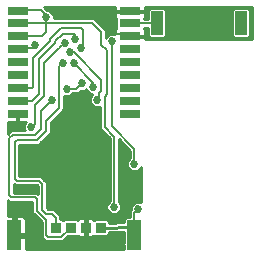
<source format=gbl>
G75*
%MOIN*%
%OFA0B0*%
%FSLAX25Y25*%
%IPPOS*%
%LPD*%
%AMOC8*
5,1,8,0,0,1.08239X$1,22.5*
%
%ADD10R,0.03937X0.07874*%
%ADD11R,0.07087X0.02756*%
%ADD12R,0.07087X0.03150*%
%ADD13R,0.05000X0.10000*%
%ADD14R,0.03200X0.03500*%
%ADD15C,0.01000*%
%ADD16C,0.02700*%
%ADD17C,0.00800*%
D10*
X0122750Y0151888D03*
X0150703Y0151888D03*
D11*
X0113813Y0155929D03*
X0076412Y0155929D03*
X0076412Y0121677D03*
X0113813Y0121677D03*
D12*
X0113813Y0125811D03*
X0113813Y0130142D03*
X0113813Y0134472D03*
X0113813Y0138803D03*
X0113813Y0143134D03*
X0113813Y0147465D03*
X0113813Y0151795D03*
X0076412Y0151795D03*
X0076412Y0147465D03*
X0076412Y0143134D03*
X0076412Y0138803D03*
X0076412Y0134472D03*
X0076412Y0130142D03*
X0076412Y0125811D03*
D13*
X0075250Y0081250D03*
X0115250Y0081250D03*
D14*
X0104000Y0083750D03*
X0099000Y0083750D03*
X0094000Y0083750D03*
X0089000Y0083750D03*
D15*
X0079250Y0080750D02*
X0079250Y0076500D01*
X0111650Y0076500D01*
X0111650Y0077481D01*
X0111627Y0077583D01*
X0111479Y0078221D01*
X0111483Y0078228D01*
X0111482Y0078236D01*
X0111650Y0078501D01*
X0111650Y0082353D01*
X0106700Y0082221D01*
X0106700Y0081544D01*
X0106056Y0080900D01*
X0101944Y0080900D01*
X0101783Y0081062D01*
X0101521Y0080800D01*
X0101179Y0080602D01*
X0100797Y0080500D01*
X0099300Y0080500D01*
X0099300Y0083450D01*
X0098700Y0083450D01*
X0098700Y0080500D01*
X0097203Y0080500D01*
X0096821Y0080602D01*
X0096479Y0080800D01*
X0096217Y0081062D01*
X0096056Y0080900D01*
X0093271Y0080900D01*
X0091509Y0079138D01*
X0085779Y0079138D01*
X0084900Y0080016D01*
X0084288Y0080629D01*
X0084288Y0085611D01*
X0081685Y0088256D01*
X0081250Y0088691D01*
X0081250Y0088698D01*
X0081245Y0088703D01*
X0081250Y0089319D01*
X0081250Y0092362D01*
X0073566Y0092362D01*
X0073000Y0092929D01*
X0073000Y0087750D01*
X0074750Y0087750D01*
X0074750Y0081750D01*
X0075750Y0081750D01*
X0075750Y0087750D01*
X0077947Y0087750D01*
X0078329Y0087648D01*
X0078671Y0087450D01*
X0078950Y0087171D01*
X0079148Y0086829D01*
X0079250Y0086447D01*
X0079250Y0081750D01*
X0075750Y0081750D01*
X0075750Y0080750D01*
X0079250Y0080750D01*
X0079250Y0079993D02*
X0084924Y0079993D01*
X0084288Y0080991D02*
X0075750Y0080991D01*
X0075750Y0081990D02*
X0074750Y0081990D01*
X0074750Y0082988D02*
X0075750Y0082988D01*
X0075750Y0083987D02*
X0074750Y0083987D01*
X0074750Y0084985D02*
X0075750Y0084985D01*
X0075750Y0085984D02*
X0074750Y0085984D01*
X0074750Y0086982D02*
X0075750Y0086982D01*
X0073000Y0087981D02*
X0081956Y0087981D01*
X0081247Y0088979D02*
X0073000Y0088979D01*
X0073000Y0089978D02*
X0081250Y0089978D01*
X0081250Y0090976D02*
X0073000Y0090976D01*
X0073000Y0091975D02*
X0081250Y0091975D01*
X0083100Y0095021D02*
X0083100Y0097604D01*
X0082754Y0097950D01*
X0075404Y0097950D01*
X0075075Y0098279D01*
X0075075Y0095362D01*
X0082759Y0095362D01*
X0083100Y0095021D01*
X0083100Y0095969D02*
X0075075Y0095969D01*
X0075075Y0096967D02*
X0083100Y0096967D01*
X0086100Y0096967D02*
X0106987Y0096967D01*
X0106987Y0095969D02*
X0086100Y0095969D01*
X0086100Y0094970D02*
X0106987Y0094970D01*
X0106987Y0093972D02*
X0086100Y0093972D01*
X0086100Y0092973D02*
X0106987Y0092973D01*
X0106987Y0092720D02*
X0106975Y0092715D01*
X0106285Y0092025D01*
X0105912Y0091125D01*
X0105912Y0090150D01*
X0106285Y0089250D01*
X0106975Y0088560D01*
X0107875Y0088187D01*
X0108850Y0088187D01*
X0109750Y0088560D01*
X0110440Y0089250D01*
X0110812Y0090150D01*
X0110812Y0091125D01*
X0110440Y0092025D01*
X0109987Y0092477D01*
X0109987Y0113141D01*
X0113750Y0109379D01*
X0113750Y0106965D01*
X0113173Y0106388D01*
X0112800Y0105487D01*
X0112800Y0104513D01*
X0113173Y0103612D01*
X0113862Y0102923D01*
X0114763Y0102550D01*
X0115737Y0102550D01*
X0116638Y0102923D01*
X0117327Y0103612D01*
X0117489Y0104003D01*
X0117485Y0092244D01*
X0116987Y0092450D01*
X0116013Y0092450D01*
X0115112Y0092077D01*
X0114423Y0091388D01*
X0114050Y0090487D01*
X0114050Y0089671D01*
X0113750Y0089371D01*
X0113750Y0087350D01*
X0112294Y0087350D01*
X0111650Y0086706D01*
X0111650Y0085555D01*
X0106700Y0085423D01*
X0106700Y0085956D01*
X0106056Y0086600D01*
X0101944Y0086600D01*
X0101783Y0086438D01*
X0101521Y0086700D01*
X0101179Y0086898D01*
X0100797Y0087000D01*
X0099300Y0087000D01*
X0099300Y0084050D01*
X0098700Y0084050D01*
X0098700Y0087000D01*
X0097203Y0087000D01*
X0096821Y0086898D01*
X0096479Y0086700D01*
X0096217Y0086438D01*
X0096056Y0086600D01*
X0091944Y0086600D01*
X0091500Y0086156D01*
X0091056Y0086600D01*
X0090500Y0086600D01*
X0090500Y0087634D01*
X0089621Y0088512D01*
X0088284Y0089850D01*
X0086446Y0089850D01*
X0086100Y0090196D01*
X0086100Y0098846D01*
X0085221Y0099725D01*
X0083996Y0100950D01*
X0076912Y0100950D01*
X0076912Y0111350D01*
X0083384Y0111350D01*
X0084262Y0112229D01*
X0086446Y0114412D01*
X0087325Y0115291D01*
X0087325Y0118704D01*
X0091750Y0123129D01*
X0091750Y0127762D01*
X0092263Y0127550D01*
X0093237Y0127550D01*
X0094138Y0127923D01*
X0094715Y0128500D01*
X0096509Y0128500D01*
X0097421Y0129412D01*
X0098237Y0129412D01*
X0099138Y0129785D01*
X0099183Y0129830D01*
X0099423Y0129250D01*
X0100112Y0128560D01*
X0101013Y0128187D01*
X0101223Y0128187D01*
X0100673Y0127638D01*
X0100300Y0126737D01*
X0100300Y0125763D01*
X0100673Y0124862D01*
X0101362Y0124173D01*
X0102263Y0123800D01*
X0103237Y0123800D01*
X0103825Y0124043D01*
X0103825Y0116616D01*
X0106987Y0113454D01*
X0106987Y0092720D01*
X0106265Y0091975D02*
X0086100Y0091975D01*
X0086100Y0090976D02*
X0105912Y0090976D01*
X0105984Y0089978D02*
X0086319Y0089978D01*
X0089155Y0088979D02*
X0106556Y0088979D01*
X0110169Y0088979D02*
X0113750Y0088979D01*
X0113750Y0087981D02*
X0090153Y0087981D01*
X0090500Y0086982D02*
X0097136Y0086982D01*
X0098700Y0086982D02*
X0099300Y0086982D01*
X0099300Y0085984D02*
X0098700Y0085984D01*
X0098700Y0084985D02*
X0099300Y0084985D01*
X0099300Y0082988D02*
X0098700Y0082988D01*
X0098700Y0081990D02*
X0099300Y0081990D01*
X0099300Y0080991D02*
X0098700Y0080991D01*
X0096288Y0080991D02*
X0096147Y0080991D01*
X0092364Y0079993D02*
X0111650Y0079993D01*
X0111650Y0080991D02*
X0106147Y0080991D01*
X0106700Y0081990D02*
X0111650Y0081990D01*
X0115250Y0081250D02*
X0113187Y0077938D01*
X0116362Y0082938D01*
X0115250Y0084050D01*
X0104000Y0083750D01*
X0106672Y0085984D02*
X0111650Y0085984D01*
X0111927Y0086982D02*
X0100864Y0086982D01*
X0101712Y0080991D02*
X0101853Y0080991D01*
X0111650Y0078994D02*
X0079250Y0078994D01*
X0079250Y0077996D02*
X0111531Y0077996D01*
X0111650Y0076997D02*
X0079250Y0076997D01*
X0079250Y0081990D02*
X0084288Y0081990D01*
X0084288Y0082988D02*
X0079250Y0082988D01*
X0079250Y0083987D02*
X0084288Y0083987D01*
X0084288Y0084985D02*
X0079250Y0084985D01*
X0079250Y0085984D02*
X0083921Y0085984D01*
X0082938Y0086982D02*
X0079059Y0086982D01*
X0075388Y0097966D02*
X0075075Y0097966D01*
X0076912Y0100961D02*
X0106987Y0100961D01*
X0106987Y0099963D02*
X0084984Y0099963D01*
X0085221Y0099725D02*
X0085221Y0099725D01*
X0085982Y0098964D02*
X0106987Y0098964D01*
X0106987Y0097966D02*
X0086100Y0097966D01*
X0076912Y0101960D02*
X0106987Y0101960D01*
X0106987Y0102958D02*
X0076912Y0102958D01*
X0076912Y0103957D02*
X0106987Y0103957D01*
X0106987Y0104955D02*
X0076912Y0104955D01*
X0076912Y0105954D02*
X0106987Y0105954D01*
X0106987Y0106952D02*
X0076912Y0106952D01*
X0076912Y0107951D02*
X0106987Y0107951D01*
X0106987Y0108949D02*
X0076912Y0108949D01*
X0076912Y0109948D02*
X0106987Y0109948D01*
X0106987Y0110946D02*
X0076912Y0110946D01*
X0073000Y0115009D02*
X0073000Y0118799D01*
X0076223Y0118799D01*
X0076223Y0121488D01*
X0076601Y0121488D01*
X0076601Y0118799D01*
X0079122Y0118799D01*
X0078848Y0118525D01*
X0078475Y0117625D01*
X0078475Y0116650D01*
X0078667Y0116187D01*
X0074179Y0116187D01*
X0073000Y0115009D01*
X0073000Y0115939D02*
X0073930Y0115939D01*
X0073000Y0116937D02*
X0078475Y0116937D01*
X0078604Y0117936D02*
X0073000Y0117936D01*
X0076223Y0118934D02*
X0076601Y0118934D01*
X0076601Y0119933D02*
X0076223Y0119933D01*
X0076223Y0120932D02*
X0076601Y0120932D01*
X0087325Y0117936D02*
X0103825Y0117936D01*
X0103825Y0118934D02*
X0087556Y0118934D01*
X0088554Y0119933D02*
X0103825Y0119933D01*
X0103825Y0120932D02*
X0089553Y0120932D01*
X0090551Y0121930D02*
X0103825Y0121930D01*
X0103825Y0122929D02*
X0091550Y0122929D01*
X0091750Y0123927D02*
X0101956Y0123927D01*
X0103544Y0123927D02*
X0103825Y0123927D01*
X0100647Y0124926D02*
X0091750Y0124926D01*
X0091750Y0125924D02*
X0100300Y0125924D01*
X0100377Y0126923D02*
X0091750Y0126923D01*
X0094133Y0127921D02*
X0100956Y0127921D01*
X0099753Y0128920D02*
X0096928Y0128920D01*
X0103825Y0116937D02*
X0087325Y0116937D01*
X0087325Y0115939D02*
X0104502Y0115939D01*
X0105501Y0114940D02*
X0086974Y0114940D01*
X0086446Y0114412D02*
X0086446Y0114412D01*
X0085976Y0113942D02*
X0106499Y0113942D01*
X0106987Y0112943D02*
X0084977Y0112943D01*
X0084262Y0112229D02*
X0084262Y0112229D01*
X0083979Y0111945D02*
X0106987Y0111945D01*
X0109987Y0111945D02*
X0111184Y0111945D01*
X0112182Y0110946D02*
X0109987Y0110946D01*
X0109987Y0109948D02*
X0113181Y0109948D01*
X0113750Y0108949D02*
X0109987Y0108949D01*
X0109987Y0107951D02*
X0113750Y0107951D01*
X0113738Y0106952D02*
X0109987Y0106952D01*
X0109987Y0105954D02*
X0112993Y0105954D01*
X0112800Y0104955D02*
X0109987Y0104955D01*
X0109987Y0103957D02*
X0113030Y0103957D01*
X0113827Y0102958D02*
X0109987Y0102958D01*
X0109987Y0101960D02*
X0117488Y0101960D01*
X0117488Y0102958D02*
X0116673Y0102958D01*
X0117470Y0103957D02*
X0117489Y0103957D01*
X0117488Y0100961D02*
X0109987Y0100961D01*
X0109987Y0099963D02*
X0117488Y0099963D01*
X0117487Y0098964D02*
X0109987Y0098964D01*
X0109987Y0097966D02*
X0117487Y0097966D01*
X0117487Y0096967D02*
X0109987Y0096967D01*
X0109987Y0095969D02*
X0117486Y0095969D01*
X0117486Y0094970D02*
X0109987Y0094970D01*
X0109987Y0093972D02*
X0117486Y0093972D01*
X0117486Y0092973D02*
X0109987Y0092973D01*
X0110460Y0091975D02*
X0115010Y0091975D01*
X0114252Y0090976D02*
X0110812Y0090976D01*
X0110741Y0089978D02*
X0114050Y0089978D01*
X0110185Y0112943D02*
X0109987Y0112943D01*
X0105700Y0147076D02*
X0105700Y0149609D01*
X0104821Y0150487D01*
X0101759Y0153550D01*
X0088275Y0153550D01*
X0088275Y0154375D01*
X0087902Y0155275D01*
X0087213Y0155965D01*
X0086312Y0156337D01*
X0086109Y0156337D01*
X0085487Y0156959D01*
X0085207Y0157240D01*
X0100861Y0157250D01*
X0108770Y0157250D01*
X0108770Y0156118D01*
X0113624Y0156118D01*
X0113624Y0155740D01*
X0108770Y0155740D01*
X0108770Y0154354D01*
X0108872Y0153972D01*
X0109070Y0153630D01*
X0109170Y0153530D01*
X0109170Y0150061D01*
X0109070Y0149960D01*
X0108872Y0149618D01*
X0108770Y0149237D01*
X0108770Y0148206D01*
X0108362Y0148375D01*
X0107388Y0148375D01*
X0106487Y0148002D01*
X0105798Y0147313D01*
X0105700Y0147076D01*
X0105700Y0147891D02*
X0106377Y0147891D01*
X0105700Y0148890D02*
X0108770Y0148890D01*
X0109028Y0149888D02*
X0105420Y0149888D01*
X0104422Y0150887D02*
X0109170Y0150887D01*
X0109170Y0151885D02*
X0103423Y0151885D01*
X0102425Y0152884D02*
X0109170Y0152884D01*
X0108924Y0153882D02*
X0088275Y0153882D01*
X0088065Y0154881D02*
X0108770Y0154881D01*
X0108770Y0156878D02*
X0085568Y0156878D01*
X0087298Y0155879D02*
X0113624Y0155879D01*
X0114002Y0155879D02*
X0119681Y0155879D01*
X0119681Y0156280D02*
X0119681Y0153295D01*
X0118457Y0153295D01*
X0118457Y0153530D01*
X0118557Y0153630D01*
X0118754Y0153972D01*
X0118857Y0154354D01*
X0118857Y0155740D01*
X0114002Y0155740D01*
X0114002Y0156118D01*
X0118857Y0156118D01*
X0118857Y0157230D01*
X0119621Y0157230D01*
X0119641Y0157250D01*
X0154338Y0157250D01*
X0154338Y0146525D01*
X0118857Y0146525D01*
X0118857Y0147177D01*
X0114101Y0147177D01*
X0114101Y0147752D01*
X0118857Y0147752D01*
X0118857Y0149237D01*
X0118754Y0149618D01*
X0118557Y0149960D01*
X0118457Y0150061D01*
X0118457Y0150295D01*
X0119681Y0150295D01*
X0119681Y0147495D01*
X0120326Y0146850D01*
X0125174Y0146850D01*
X0125818Y0147495D01*
X0125818Y0156280D01*
X0125174Y0156924D01*
X0120326Y0156924D01*
X0119681Y0156280D01*
X0120279Y0156878D02*
X0118857Y0156878D01*
X0118857Y0154881D02*
X0119681Y0154881D01*
X0119681Y0153882D02*
X0118703Y0153882D01*
X0118599Y0149888D02*
X0119681Y0149888D01*
X0119681Y0148890D02*
X0118857Y0148890D01*
X0118857Y0147891D02*
X0119681Y0147891D01*
X0120284Y0146893D02*
X0118857Y0146893D01*
X0125216Y0146893D02*
X0148236Y0146893D01*
X0148279Y0146850D02*
X0147634Y0147495D01*
X0147634Y0156280D01*
X0148279Y0156924D01*
X0153127Y0156924D01*
X0153771Y0156280D01*
X0153771Y0147495D01*
X0153127Y0146850D01*
X0148279Y0146850D01*
X0147634Y0147891D02*
X0125818Y0147891D01*
X0125818Y0148890D02*
X0147634Y0148890D01*
X0147634Y0149888D02*
X0125818Y0149888D01*
X0125818Y0150887D02*
X0147634Y0150887D01*
X0147634Y0151885D02*
X0125818Y0151885D01*
X0125818Y0152884D02*
X0147634Y0152884D01*
X0147634Y0153882D02*
X0125818Y0153882D01*
X0125818Y0154881D02*
X0147634Y0154881D01*
X0147634Y0155879D02*
X0125818Y0155879D01*
X0125221Y0156878D02*
X0148232Y0156878D01*
X0153173Y0156878D02*
X0154338Y0156878D01*
X0154338Y0155879D02*
X0153771Y0155879D01*
X0153771Y0154881D02*
X0154338Y0154881D01*
X0154338Y0153882D02*
X0153771Y0153882D01*
X0153771Y0152884D02*
X0154338Y0152884D01*
X0154338Y0151885D02*
X0153771Y0151885D01*
X0153771Y0150887D02*
X0154338Y0150887D01*
X0154338Y0149888D02*
X0153771Y0149888D01*
X0153771Y0148890D02*
X0154338Y0148890D01*
X0154338Y0147891D02*
X0153771Y0147891D01*
X0154338Y0146893D02*
X0153169Y0146893D01*
D16*
X0135250Y0151250D03*
X0107875Y0145925D03*
X0097462Y0143475D03*
X0095600Y0146538D03*
X0091950Y0145363D03*
X0093787Y0142250D03*
X0095012Y0138575D03*
X0091337Y0138575D03*
X0092750Y0130000D03*
X0097750Y0131863D03*
X0101500Y0130637D03*
X0102750Y0126250D03*
X0095250Y0118750D03*
X0087750Y0126250D03*
X0080925Y0117137D03*
X0074775Y0117400D03*
X0078363Y0108375D03*
X0078363Y0105262D03*
X0078363Y0102125D03*
X0078363Y0096512D03*
X0079025Y0091075D03*
X0079050Y0087737D03*
X0082800Y0084900D03*
X0083425Y0081238D03*
X0085875Y0077563D03*
X0101587Y0088975D03*
X0104950Y0091437D03*
X0108362Y0090637D03*
X0104337Y0095112D03*
X0102275Y0098137D03*
X0102200Y0102475D03*
X0115250Y0105000D03*
X0102800Y0111112D03*
X0116500Y0090000D03*
X0082150Y0144700D03*
X0085825Y0153888D03*
X0104000Y0155000D03*
D17*
X0101137Y0152050D02*
X0104200Y0148988D01*
X0104200Y0144700D01*
X0106037Y0142863D01*
X0106037Y0128162D01*
X0105325Y0127450D01*
X0105325Y0117237D01*
X0108487Y0114075D01*
X0108487Y0090762D01*
X0108362Y0090637D01*
X0115250Y0088750D02*
X0116500Y0090000D01*
X0115250Y0088750D02*
X0115250Y0084050D01*
X0115250Y0081250D01*
X0094000Y0083750D02*
X0090887Y0080638D01*
X0086400Y0080638D01*
X0085788Y0081250D01*
X0085788Y0086225D01*
X0082750Y0089312D01*
X0082750Y0093250D01*
X0082138Y0093862D01*
X0074188Y0093862D01*
X0073575Y0094475D01*
X0073575Y0113462D01*
X0074800Y0114687D01*
X0082150Y0114687D01*
X0084000Y0116537D01*
X0084000Y0122500D01*
X0087750Y0126250D01*
X0085213Y0127550D02*
X0082150Y0124487D01*
X0082150Y0118150D01*
X0081138Y0117137D01*
X0080925Y0117137D01*
X0082763Y0112850D02*
X0076025Y0112850D01*
X0075413Y0112237D01*
X0075413Y0100062D01*
X0076025Y0099450D01*
X0083375Y0099450D01*
X0084600Y0098225D01*
X0084600Y0089575D01*
X0085825Y0088350D01*
X0087662Y0088350D01*
X0089000Y0087012D01*
X0089000Y0083750D01*
X0115250Y0105000D02*
X0115250Y0110000D01*
X0107750Y0117500D01*
X0107750Y0145438D01*
X0107875Y0145925D01*
X0108487Y0148375D02*
X0111550Y0148375D01*
X0113813Y0151795D02*
X0122205Y0151795D01*
X0122750Y0151888D01*
X0101137Y0152050D02*
X0085825Y0152050D01*
X0085825Y0152153D01*
X0085825Y0153888D01*
X0085825Y0154500D01*
X0083988Y0156338D01*
X0078070Y0156338D01*
X0076412Y0155929D01*
X0076412Y0151795D02*
X0085467Y0151795D01*
X0085825Y0152153D01*
X0085825Y0152050D02*
X0085825Y0151438D01*
X0085825Y0148988D01*
X0084302Y0147465D01*
X0076412Y0147465D01*
X0077028Y0143750D02*
X0076412Y0143134D01*
X0076753Y0143475D01*
X0077028Y0143750D02*
X0079000Y0143750D01*
X0079275Y0143475D01*
X0081538Y0143475D01*
X0082150Y0144088D01*
X0082150Y0144700D01*
X0081463Y0140338D02*
X0087050Y0145925D01*
X0087050Y0146538D01*
X0090725Y0150213D01*
X0097462Y0150213D01*
X0098075Y0149600D01*
X0098075Y0143475D01*
X0097462Y0143475D01*
X0095012Y0142250D02*
X0104200Y0133063D01*
X0104200Y0129387D01*
X0103587Y0128775D01*
X0103587Y0126937D01*
X0102900Y0126250D01*
X0102750Y0126250D01*
X0101500Y0130637D02*
X0101500Y0132088D01*
X0095012Y0138575D01*
X0091337Y0138575D02*
X0090250Y0137488D01*
X0090250Y0123750D01*
X0085825Y0119325D01*
X0085825Y0115912D01*
X0082763Y0112850D01*
X0081061Y0125811D02*
X0076412Y0125811D01*
X0081061Y0125811D02*
X0083438Y0128187D01*
X0083375Y0128862D01*
X0083375Y0139800D01*
X0088887Y0145313D01*
X0088887Y0145925D01*
X0091337Y0148375D01*
X0095012Y0148375D01*
X0095600Y0147788D01*
X0095600Y0146538D01*
X0091950Y0145363D02*
X0090162Y0143525D01*
X0085213Y0138575D01*
X0085213Y0127550D01*
X0081538Y0130650D02*
X0081463Y0140338D01*
X0081538Y0130650D02*
X0081029Y0130142D01*
X0076412Y0130142D01*
X0092750Y0130000D02*
X0095887Y0130000D01*
X0097750Y0131863D01*
X0095012Y0142250D02*
X0093787Y0142250D01*
X0085825Y0151438D02*
X0085467Y0151795D01*
M02*

</source>
